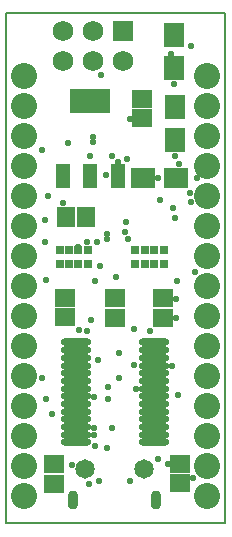
<source format=gbs>
G04*
G04 #@! TF.GenerationSoftware,Altium Limited,Altium Designer,19.1.7 (138)*
G04*
G04 Layer_Color=16711935*
%FSLAX44Y44*%
%MOMM*%
G71*
G01*
G75*
%ADD16C,0.1524*%
%ADD35C,1.6532*%
G04:AMPARAMS|DCode=36|XSize=0.8032mm|YSize=1.5032mm|CornerRadius=0.2516mm|HoleSize=0mm|Usage=FLASHONLY|Rotation=0.000|XOffset=0mm|YOffset=0mm|HoleType=Round|Shape=RoundedRectangle|*
%AMROUNDEDRECTD36*
21,1,0.8032,1.0000,0,0,0.0*
21,1,0.3000,1.5032,0,0,0.0*
1,1,0.5032,0.1500,-0.5000*
1,1,0.5032,-0.1500,-0.5000*
1,1,0.5032,-0.1500,0.5000*
1,1,0.5032,0.1500,0.5000*
%
%ADD36ROUNDEDRECTD36*%
%ADD37C,2.2032*%
%ADD38R,1.7532X1.7532*%
%ADD39C,1.7532*%
%ADD40C,0.5842*%
%ADD62R,1.5532X1.6532*%
%ADD63R,0.7032X0.7778*%
%ADD64R,0.7032X0.8032*%
%ADD65R,1.6532X1.5532*%
%ADD66R,3.4032X2.0532*%
%ADD67R,1.2032X2.0532*%
%ADD68O,2.6032X0.6532*%
%ADD69R,1.7032X2.1532*%
%ADD70R,2.1532X1.7032*%
D16*
X170180Y-406400D02*
Y25400D01*
X-15240Y-406400D02*
X170180D01*
X-15240Y25400D02*
X170180D01*
X-15240Y-406400D02*
Y25400D01*
D35*
X51500Y-360172D02*
D03*
X101500D02*
D03*
D36*
X111500Y-386842D02*
D03*
X41500D02*
D03*
D03*
D37*
X154940Y-27432D02*
D03*
Y-52832D02*
D03*
Y-78232D02*
D03*
Y-103632D02*
D03*
Y-129032D02*
D03*
Y-154432D02*
D03*
Y-179832D02*
D03*
Y-205232D02*
D03*
Y-230632D02*
D03*
Y-256032D02*
D03*
Y-281432D02*
D03*
Y-306832D02*
D03*
Y-332232D02*
D03*
Y-357632D02*
D03*
Y-383032D02*
D03*
X0Y-27432D02*
D03*
Y-52832D02*
D03*
Y-78232D02*
D03*
Y-103632D02*
D03*
Y-129032D02*
D03*
Y-154432D02*
D03*
Y-179832D02*
D03*
Y-205232D02*
D03*
Y-230632D02*
D03*
Y-256032D02*
D03*
Y-281432D02*
D03*
Y-306832D02*
D03*
Y-332232D02*
D03*
Y-357632D02*
D03*
Y-383032D02*
D03*
D38*
X83820Y10414D02*
D03*
D39*
X58420D02*
D03*
X33020D02*
D03*
X83820Y-14986D02*
D03*
X58420D02*
D03*
X33020D02*
D03*
D40*
X53086Y-168148D02*
D03*
X53340Y-243421D02*
D03*
X45466Y-172212D02*
D03*
X61722Y-167894D02*
D03*
X17526Y-150001D02*
D03*
X17018Y-168624D02*
D03*
X87630Y-165862D02*
D03*
X127762Y-147955D02*
D03*
X85791Y-151068D02*
D03*
X115062Y-132842D02*
D03*
X69850Y-166116D02*
D03*
X131064Y-101854D02*
D03*
X128778Y-201168D02*
D03*
X125984Y-139700D02*
D03*
X105918Y-243840D02*
D03*
X86868Y-98298D02*
D03*
X144526Y-193294D02*
D03*
X56134Y-234188D02*
D03*
X32880Y-135615D02*
D03*
X19558Y-129540D02*
D03*
X74468Y-325374D02*
D03*
X14478Y-283718D02*
D03*
X121666Y-356362D02*
D03*
X68877Y-111295D02*
D03*
X58420Y-79756D02*
D03*
X129794Y-298196D02*
D03*
X77470Y-197612D02*
D03*
X128016Y-232908D02*
D03*
X58420Y-83820D02*
D03*
X69972Y-161164D02*
D03*
X63500Y-370586D02*
D03*
X78994Y-100584D02*
D03*
X85090Y-160020D02*
D03*
X79756Y-283464D02*
D03*
X63880Y-188722D02*
D03*
X92710Y-241808D02*
D03*
X59690Y-200914D02*
D03*
X71120Y-291408D02*
D03*
X59182Y-331828D02*
D03*
X70000Y-342646D02*
D03*
X59690Y-340868D02*
D03*
X14939Y-90659D02*
D03*
X65024Y-27178D02*
D03*
X71120Y-301498D02*
D03*
X79756Y-262081D02*
D03*
X18647Y-300748D02*
D03*
X55880Y-95525D02*
D03*
X140208Y-127000D02*
D03*
X73976Y-95379D02*
D03*
X36576Y-84131D02*
D03*
X59182Y-325328D02*
D03*
X46604Y-242560D02*
D03*
X146055Y-114300D02*
D03*
X142505Y-367782D02*
D03*
X17896Y-200660D02*
D03*
X62577Y-268392D02*
D03*
X23727Y-313748D02*
D03*
X54356Y-373370D02*
D03*
X40397Y-356870D02*
D03*
X140970Y-134620D02*
D03*
Y-2540D02*
D03*
X92710Y-272241D02*
D03*
X125157Y-273328D02*
D03*
X113030Y-352209D02*
D03*
X59158Y-299328D02*
D03*
X89500Y-370605D02*
D03*
X94806Y-292828D02*
D03*
X128027Y-216408D02*
D03*
X113475Y-114300D02*
D03*
X89397Y-63998D02*
D03*
X127508Y-95001D02*
D03*
X127000Y-34295D02*
D03*
X123952Y-9014D02*
D03*
D62*
X52060Y-146812D02*
D03*
X35560D02*
D03*
D63*
X53720Y-174752D02*
D03*
D64*
X45720D02*
D03*
X37720D02*
D03*
X29720D02*
D03*
X53720Y-187198D02*
D03*
X45720D02*
D03*
X37720D02*
D03*
X29720D02*
D03*
X117980Y-174752D02*
D03*
X109980D02*
D03*
X101980D02*
D03*
X93980D02*
D03*
X117980Y-187198D02*
D03*
X109980D02*
D03*
X101980D02*
D03*
X93980D02*
D03*
D65*
X34036Y-231892D02*
D03*
Y-215392D02*
D03*
X76454Y-232278D02*
D03*
Y-215778D02*
D03*
X117602Y-215900D02*
D03*
Y-232400D02*
D03*
X24892Y-372862D02*
D03*
Y-356362D02*
D03*
X132080Y-372354D02*
D03*
Y-355854D02*
D03*
X99822Y-46990D02*
D03*
Y-63490D02*
D03*
D66*
X55880Y-49022D02*
D03*
D67*
X32880Y-112522D02*
D03*
X55880D02*
D03*
X78880D02*
D03*
D68*
X43982Y-337820D02*
D03*
Y-331320D02*
D03*
Y-324820D02*
D03*
Y-318320D02*
D03*
Y-311820D02*
D03*
Y-305320D02*
D03*
Y-298820D02*
D03*
Y-292320D02*
D03*
Y-285820D02*
D03*
Y-279320D02*
D03*
Y-272820D02*
D03*
Y-266320D02*
D03*
Y-259820D02*
D03*
Y-253320D02*
D03*
X109982Y-337820D02*
D03*
Y-331320D02*
D03*
Y-324820D02*
D03*
Y-318320D02*
D03*
Y-311820D02*
D03*
Y-305320D02*
D03*
Y-298820D02*
D03*
Y-292320D02*
D03*
Y-285820D02*
D03*
Y-279320D02*
D03*
Y-272820D02*
D03*
Y-266320D02*
D03*
Y-259820D02*
D03*
Y-253320D02*
D03*
D69*
X127000Y-20862D02*
D03*
Y6638D02*
D03*
X127508Y-81568D02*
D03*
Y-54068D02*
D03*
D70*
X100550Y-113792D02*
D03*
X128050D02*
D03*
M02*

</source>
